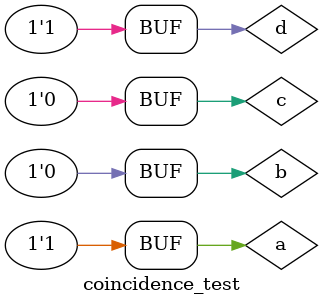
<source format=v>
`timescale 1ns/1ps
module coincidence_test;
  reg a,b,c,d;
  initial begin
   $dumpfile("coincidence_test.vcd");
   $dumpvars(0,coincidence_test);
   a=0;
   b=0;
   c=0;
   d=0;
   #5 a = 1;
   #5 b = 1;
   #5 c = 1;
      a = 0;
   #6 d = 1;
   #1 c = 0;
   #2 b = 0;
   #1 a = 1;
  end
  wire out;
  coincidence_detector d1 (a,b,c,d,out);
endmodule


</source>
